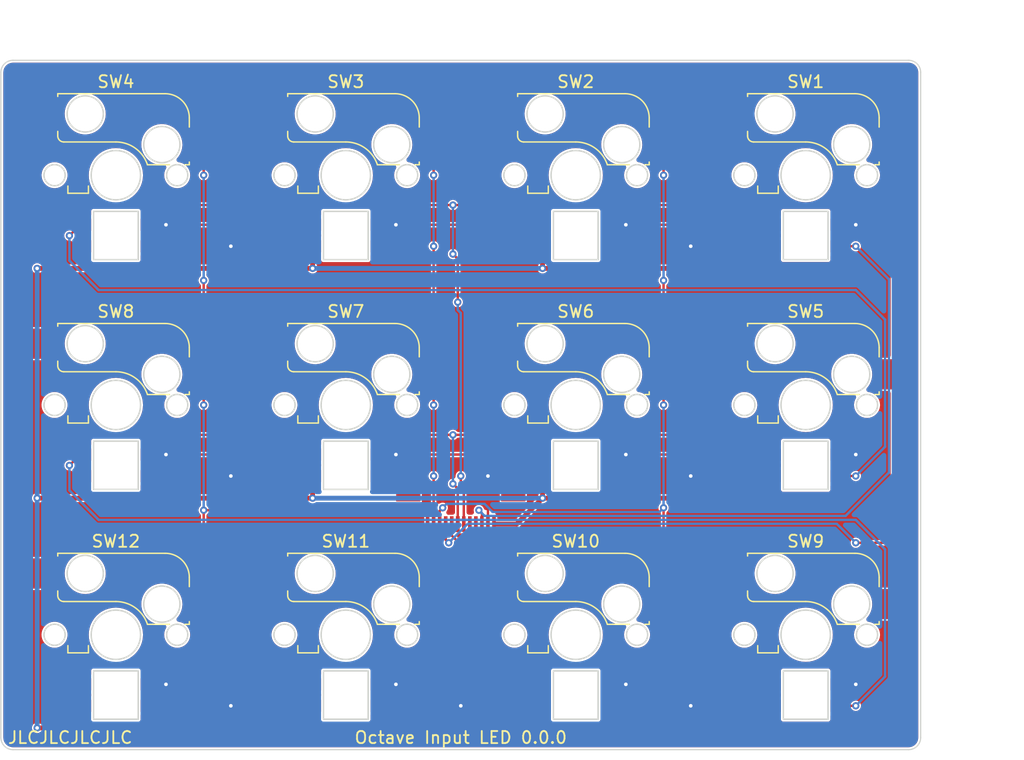
<source format=kicad_pcb>
(kicad_pcb (version 20211014) (generator pcbnew)
  (title_block (title "Octave - Input LED PCB") (date "2023-03-16") (rev "0.0.0") (comment 4 "https://github.com/takayoshiotake/octave-12-key-macropad"))
  (layers (0 "F.Cu" signal) (31 "B.Cu" signal) (34 "B.Paste" user) (35 "F.Paste" user) (36 "B.SilkS" user "B.Silkscreen") (37 "F.SilkS" user "F.Silkscreen") (38 "B.Mask" user) (39 "F.Mask" user) (44 "Edge.Cuts" user))
  (net 0 "")
  (net 1 "ROW0_UI")
  (net 2 "ROW1_UI")
  (net 3 "ROW2_UI")
  (net 4 "Net-(D1-Pad2)")
  (net 5 "Net-(D2-Pad2)")
  (net 6 "Net-(D3-Pad2)")
  (net 7 "Net-(D4-Pad2)")
  (net 8 "Net-(D5-Pad2)")
  (net 9 "Net-(D6-Pad2)")
  (net 10 "Net-(D7-Pad2)")
  (net 11 "Net-(D8-Pad2)")
  (net 12 "Net-(D9-Pad2)")
  (net 13 "Net-(D10-Pad2)")
  (net 14 "Net-(D11-Pad2)")
  (net 15 "Net-(D12-Pad2)")
  (net 16 "+3V3")
  (net 17 "GND")
  (net 18 "IO0_MPU")
  (net 21 "COL0_UI")
  (net 22 "COL1_UI")
  (net 23 "COL2_UI")
  (net 24 "COL3_UI")
  (net 25 "Net-(LED201-Pad2)")
  (net 26 "Net-(LED202-Pad2)")
  (net 27 "Net-(LED203-Pad2)")
  (net 28 "Net-(LED204-Pad2)")
  (net 29 "Net-(LED205-Pad2)")
  (net 30 "Net-(LED206-Pad2)")
  (net 31 "Net-(LED207-Pad2)")
  (net 32 "Net-(LED208-Pad2)")
  (net 33 "Net-(LED209-Pad2)")
  (net 34 "Net-(LED210-Pad2)")
  (net 35 "Net-(LED211-Pad2)")
  (footprint "Octave_Library:WS2812B-Mini_Inverted" (layer "F.Cu") (at 114.625 45.525 180)
    (fp_text reference "LED202" hide)
    (fp_text value "WS2812B-Mini V3" hide)
    (fp_rect (start -1.85 -2) (end 1.85 2) (layer "Edge.Cuts") (width 0.12) (fill none))
    (pad "1" smd rect (at 2.75 -0.89 180) (size 1.4 1) (layers "F.Cu" "F.Paste" "F.Mask") (net 16 "+3V3"))
    (pad "2" smd rect (at 2.75 0.89 180) (size 1.4 1) (layers "F.Cu" "F.Paste" "F.Mask") (net 26 "Net-(LED202-Pad2)"))
    (pad "3" smd rect (at -2.75 0.89 180) (size 1.4 1) (layers "F.Cu" "F.Paste" "F.Mask") (net 17 "GND"))
    (pad "4" smd rect (at -2.75 -0.89 180) (size 1.4 1) (layers "F.Cu" "F.Paste" "F.Mask") (net 25 "Net-(LED201-Pad2)"))
  )
  (footprint "Octave_Library:WS2812B-Mini_Inverted" (layer "F.Cu") (at 76.525 83.625 180)
    (fp_text reference "LED212" hide)
    (fp_text value "WS2812B-Mini V3" hide)
    (fp_rect (start -1.85 -2) (end 1.85 2) (layer "Edge.Cuts") (width 0.12) (fill none))
    (pad "1" smd rect (at 2.75 -0.89 180) (size 1.4 1) (layers "F.Cu" "F.Paste" "F.Mask") (net 16 "+3V3"))
    (pad "2" smd rect (at 2.75 0.89 180) (size 1.4 1) (layers "F.Cu" "F.Paste" "F.Mask"))
    (pad "3" smd rect (at -2.75 0.89 180) (size 1.4 1) (layers "F.Cu" "F.Paste" "F.Mask") (net 17 "GND"))
    (pad "4" smd rect (at -2.75 -0.89 180) (size 1.4 1) (layers "F.Cu" "F.Paste" "F.Mask") (net 35 "Net-(LED211-Pad2)"))
  )
  (footprint "Octave_Library:WS2812B-Mini_Inverted" (layer "F.Cu") (at 114.625 83.625 180)
    (fp_text reference "LED210" hide)
    (fp_text value "WS2812B-Mini V3" hide)
    (fp_rect (start -1.85 -2) (end 1.85 2) (layer "Edge.Cuts") (width 0.12) (fill none))
    (pad "1" smd rect (at 2.75 -0.89 180) (size 1.4 1) (layers "F.Cu" "F.Paste" "F.Mask") (net 16 "+3V3"))
    (pad "2" smd rect (at 2.75 0.89 180) (size 1.4 1) (layers "F.Cu" "F.Paste" "F.Mask") (net 34 "Net-(LED210-Pad2)"))
    (pad "3" smd rect (at -2.75 0.89 180) (size 1.4 1) (layers "F.Cu" "F.Paste" "F.Mask") (net 17 "GND"))
    (pad "4" smd rect (at -2.75 -0.89 180) (size 1.4 1) (layers "F.Cu" "F.Paste" "F.Mask") (net 33 "Net-(LED209-Pad2)"))
  )
  (footprint "Octave_Library:Hot_Swap_Socket_CPG151101S11" (layer "F.Cu") (at 114.625 40.525)
    (fp_text reference "SW2" (at 0 -7.747 unlocked) (layer "F.SilkS"))
    (fp_text value "SW_Hot_Swap_Socket" hide)
    (fp_circle (center 5.08 0) (end 5.9563 0) (layer "Edge.Cuts") (width 0.12) (fill none))
    (fp_circle (center 3.81 -2.54) (end 5.31 -2.54) (layer "Edge.Cuts") (width 0.12) (fill none))
    (fp_circle (center -2.54 -5.08) (end -1.04 -5.08) (layer "Edge.Cuts") (width 0.12) (fill none))
    (fp_circle (center -5.08 0) (end -4.2037 0) (layer "Edge.Cuts") (width 0.12) (fill none))
    (fp_circle (center 0 0) (end 2.0447 0) (layer "Edge.Cuts") (width 0.12) (fill none))
    (pad "1" smd rect (at -6.09 -5.08) (size 2.55 2.5) (layers "F.Cu" "F.Paste" "F.Mask") (net 5 "Net-(D2-Pad2)"))
    (pad "2" smd rect (at 7.36 -2.54) (size 2.55 2.5) (layers "F.Cu" "F.Paste" "F.Mask") (net 22 "COL1_UI"))
  )
  (footprint "Octave_Library:D_SOD-323F" (layer "F.Cu") (at 92.4508 40.525 90)
    (fp_text reference "D3" hide)
    (fp_text value "1N4148WS" hide)
    (pad "1" smd rect locked (at -1.1 0 90) (size 0.5 0.5) (layers "F.Cu" "F.Paste" "F.Mask") (net 1 "ROW0_UI"))
    (pad "2" smd rect locked (at 1.1 0 90) (size 0.5 0.5) (layers "F.Cu" "F.Paste" "F.Mask") (net 6 "Net-(D3-Pad2)"))
  )
  (footprint "Octave_Library:WS2812B-Mini_Inverted" (layer "F.Cu") (at 76.525 45.525 180)
    (fp_text reference "LED204" hide)
    (fp_text value "WS2812B-Mini V3" hide)
    (fp_rect (start -1.85 -2) (end 1.85 2) (layer "Edge.Cuts") (width 0.12) (fill none))
    (pad "1" smd rect (at 2.75 -0.89 180) (size 1.4 1) (layers "F.Cu" "F.Paste" "F.Mask") (net 16 "+3V3"))
    (pad "2" smd rect (at 2.75 0.89 180) (size 1.4 1) (layers "F.Cu" "F.Paste" "F.Mask") (net 28 "Net-(LED204-Pad2)"))
    (pad "3" smd rect (at -2.75 0.89 180) (size 1.4 1) (layers "F.Cu" "F.Paste" "F.Mask") (net 17 "GND"))
    (pad "4" smd rect (at -2.75 -0.89 180) (size 1.4 1) (layers "F.Cu" "F.Paste" "F.Mask") (net 27 "Net-(LED203-Pad2)"))
  )
  (footprint "Octave_Library:WS2812B-Mini_Inverted" (layer "F.Cu") (at 133.675 45.525 180)
    (fp_text reference "LED201" hide)
    (fp_text value "WS2812B-Mini V3" hide)
    (fp_rect (start -1.85 -2) (end 1.85 2) (layer "Edge.Cuts") (width 0.12) (fill none))
    (pad "1" smd rect (at 2.75 -0.89 180) (size 1.4 1) (layers "F.Cu" "F.Paste" "F.Mask") (net 16 "+3V3"))
    (pad "2" smd rect (at 2.75 0.89 180) (size 1.4 1) (layers "F.Cu" "F.Paste" "F.Mask") (net 25 "Net-(LED201-Pad2)"))
    (pad "3" smd rect (at -2.75 0.89 180) (size 1.4 1) (layers "F.Cu" "F.Paste" "F.Mask") (net 17 "GND"))
    (pad "4" smd rect (at -2.75 -0.89 180) (size 1.4 1) (layers "F.Cu" "F.Paste" "F.Mask") (net 18 "IO0_MPU"))
  )
  (footprint "Octave_Library:WS2812B-Mini_Inverted" (layer "F.Cu") (at 133.675 83.625 180)
    (fp_text reference "LED209" hide)
    (fp_text value "WS2812B-Mini V3" hide)
    (fp_rect (start -1.85 -2) (end 1.85 2) (layer "Edge.Cuts") (width 0.12) (fill none))
    (pad "1" smd rect (at 2.75 -0.89 180) (size 1.4 1) (layers "F.Cu" "F.Paste" "F.Mask") (net 16 "+3V3"))
    (pad "2" smd rect (at 2.75 0.89 180) (size 1.4 1) (layers "F.Cu" "F.Paste" "F.Mask") (net 33 "Net-(LED209-Pad2)"))
    (pad "3" smd rect (at -2.75 0.89 180) (size 1.4 1) (layers "F.Cu" "F.Paste" "F.Mask") (net 17 "GND"))
    (pad "4" smd rect (at -2.75 -0.89 180) (size 1.4 1) (layers "F.Cu" "F.Paste" "F.Mask") (net 32 "Net-(LED208-Pad2)"))
  )
  (footprint "Octave_Library:Hot_Swap_Socket_CPG151101S11" (layer "F.Cu") (at 114.625 78.625)
    (fp_text reference "SW10" (at 0 -7.747 unlocked) (layer "F.SilkS"))
    (fp_text value "SW_Hot_Swap_Socket" hide)
    (fp_circle (center 0 0) (end 2.0447 0) (layer "Edge.Cuts") (width 0.12) (fill none))
    (fp_circle (center -5.08 0) (end -4.2037 0) (layer "Edge.Cuts") (width 0.12) (fill none))
    (fp_circle (center 3.81 -2.54) (end 5.31 -2.54) (layer "Edge.Cuts") (width 0.12) (fill none))
    (fp_circle (center -2.54 -5.08) (end -1.04 -5.08) (layer "Edge.Cuts") (width 0.12) (fill none))
    (fp_circle (center 5.08 0) (end 5.9563 0) (layer "Edge.Cuts") (width 0.12) (fill none))
    (pad "1" smd rect (at -6.09 -5.08) (size 2.55 2.5) (layers "F.Cu" "F.Paste" "F.Mask") (net 13 "Net-(D10-Pad2)"))
    (pad "2" smd rect (at 7.36 -2.54) (size 2.55 2.5) (layers "F.Cu" "F.Paste" "F.Mask") (net 22 "COL1_UI"))
  )
  (footprint "Octave_Library:Hot_Swap_Socket_CPG151101S11" (layer "F.Cu") (at 76.525 59.575)
    (fp_text reference "SW8" (at 0 -7.747 unlocked) (layer "F.SilkS"))
    (fp_text value "SW_Hot_Swap_Socket" hide)
    (fp_circle (center 0 0) (end 2.0447 0) (layer "Edge.Cuts") (width 0.12) (fill none))
    (fp_circle (center -2.54 -5.08) (end -1.04 -5.08) (layer "Edge.Cuts") (width 0.12) (fill none))
    (fp_circle (center 5.08 0) (end 5.9563 0) (layer "Edge.Cuts") (width 0.12) (fill none))
    (fp_circle (center 3.81 -2.54) (end 5.31 -2.54) (layer "Edge.Cuts") (width 0.12) (fill none))
    (fp_circle (center -5.08 0) (end -4.2037 0) (layer "Edge.Cuts") (width 0.12) (fill none))
    (pad "1" smd rect locked (at -6.09 -5.08) (size 2.55 2.5) (layers "F.Cu" "F.Paste" "F.Mask") (net 11 "Net-(D8-Pad2)"))
    (pad "2" smd rect locked (at 7.36 -2.54) (size 2.55 2.5) (layers "F.Cu" "F.Paste" "F.Mask") (net 24 "COL3_UI"))
  )
  (footprint "Octave_Library:D_SOD-323F" (layer "F.Cu") (at 73.4008 40.525 90)
    (fp_text reference "D4" hide)
    (fp_text value "1N4148WS" hide)
    (pad "1" smd rect (at -1.1 0 90) (size 0.5 0.5) (layers "F.Cu" "F.Paste" "F.Mask") (net 1 "ROW0_UI"))
    (pad "2" smd rect (at 1.1 0 90) (size 0.5 0.5) (layers "F.Cu" "F.Paste" "F.Mask") (net 7 "Net-(D4-Pad2)"))
  )
  (footprint "Octave_Library:Hot_Swap_Socket_CPG151101S11" (layer "F.Cu") (at 76.525 40.525)
    (fp_text reference "SW4" (at 0 -7.747 unlocked) (layer "F.SilkS"))
    (fp_text value "SW_Hot_Swap_Socket" hide)
    (fp_circle (center -2.54 -5.08) (end -1.04 -5.08) (layer "Edge.Cuts") (width 0.12) (fill none))
    (fp_circle (center 0 0) (end 2.0447 0) (layer "Edge.Cuts") (width 0.12) (fill none))
    (fp_circle (center 3.81 -2.54) (end 5.31 -2.54) (layer "Edge.Cuts") (width 0.12) (fill none))
    (fp_circle (center 5.08 0) (end 5.9563 0) (layer "Edge.Cuts") (width 0.12) (fill none))
    (fp_circle (center -5.08 0) (end -4.2037 0) (layer "Edge.Cuts") (width 0.12) (fill none))
    (pad "1" smd rect (at -6.09 -5.08) (size 2.55 2.5) (layers "F.Cu" "F.Paste" "F.Mask") (net 7 "Net-(D4-Pad2)"))
    (pad "2" smd rect (at 7.36 -2.54) (size 2.55 2.5) (layers "F.Cu" "F.Paste" "F.Mask") (net 24 "COL3_UI"))
  )
  (footprint "Octave_Library:WS2812B-Mini_Inverted" (layer "F.Cu") (at 133.675 64.575 180)
    (fp_text reference "LED205" hide)
    (fp_text value "WS2812B-Mini V3" hide)
    (fp_rect (start -1.85 -2) (end 1.85 2) (layer "Edge.Cuts") (width 0.12) (fill none))
    (pad "1" smd rect (at 2.75 -0.89 180) (size 1.4 1) (layers "F.Cu" "F.Paste" "F.Mask") (net 16 "+3V3"))
    (pad "2" smd rect (at 2.75 0.89 180) (size 1.4 1) (layers "F.Cu" "F.Paste" "F.Mask") (net 29 "Net-(LED205-Pad2)"))
    (pad "3" smd rect (at -2.75 0.89 180) (size 1.4 1) (layers "F.Cu" "F.Paste" "F.Mask") (net 17 "GND"))
    (pad "4" smd rect (at -2.75 -0.89 180) (size 1.4 1) (layers "F.Cu" "F.Paste" "F.Mask") (net 28 "Net-(LED204-Pad2)"))
  )
  (footprint "Octave_Library:WS2812B-Mini_Inverted" (layer "F.Cu") (at 95.575 64.575 180)
    (fp_text reference "LED207" hide)
    (fp_text value "WS2812B-Mini V3" hide)
    (fp_rect (start -1.85 -2) (end 1.85 2) (layer "Edge.Cuts") (width 0.12) (fill none))
    (pad "1" smd rect (at 2.75 -0.89 180) (size 1.4 1) (layers "F.Cu" "F.Paste" "F.Mask") (net 16 "+3V3"))
    (pad "2" smd rect (at 2.75 0.89 180) (size 1.4 1) (layers "F.Cu" "F.Paste" "F.Mask") (net 31 "Net-(LED207-Pad2)"))
    (pad "3" smd rect (at -2.75 0.89 180) (size 1.4 1) (layers "F.Cu" "F.Paste" "F.Mask") (net 17 "GND"))
    (pad "4" smd rect (at -2.75 -0.89 180) (size 1.4 1) (layers "F.Cu" "F.Paste" "F.Mask") (net 30 "Net-(LED206-Pad2)"))
  )
  (footprint "Octave_Library:WS2812B-Mini_Inverted" (layer "F.Cu") (at 76.525 64.575 180)
    (fp_text reference "LED208" hide)
    (fp_text value "WS2812B-Mini V3" hide)
    (fp_rect (start -1.85 -2) (end 1.85 2) (layer "Edge.Cuts") (width 0.12) (fill none))
    (pad "1" smd rect (at 2.75 -0.89 180) (size 1.4 1) (layers "F.Cu" "F.Paste" "F.Mask") (net 16 "+3V3"))
    (pad "2" smd rect (at 2.75 0.89 180) (size 1.4 1) (layers "F.Cu" "F.Paste" "F.Mask") (net 32 "Net-(LED208-Pad2)"))
    (pad "3" smd rect (at -2.75 0.89 180) (size 1.4 1) (layers "F.Cu" "F.Paste" "F.Mask") (net 17 "GND"))
    (pad "4" smd rect (at -2.75 -0.89 180) (size 1.4 1) (layers "F.Cu" "F.Paste" "F.Mask") (net 31 "Net-(LED207-Pad2)"))
  )
  (footprint "Octave_Library:Hot_Swap_Socket_CPG151101S11" (layer "F.Cu") (at 95.575 78.625)
    (fp_text reference "SW11" (at 0 -7.747 unlocked) (layer "F.SilkS"))
    (fp_text value "SW_Hot_Swap_Socket" hide)
    (fp_circle (center 3.81 -2.54) (end 5.31 -2.54) (layer "Edge.Cuts") (width 0.12) (fill none))
    (fp_circle (center 0 0) (end 2.0447 0) (layer "Edge.Cuts") (width 0.12) (fill none))
    (fp_circle (center 5.08 0) (end 5.9563 0) (layer "Edge.Cuts") (width 0.12) (fill none))
    (fp_circle (center -5.08 0) (end -4.2037 0) (layer "Edge.Cuts") (width 0.12) (fill none))
    (fp_circle (center -2.54 -5.08) (end -1.04 -5.08) (layer "Edge.Cuts") (width 0.12) (fill none))
    (pad "1" smd rect (at -6.09 -5.08) (size 2.55 2.5) (layers "F.Cu" "F.Paste" "F.Mask") (net 14 "Net-(D11-Pad2)"))
    (pad "2" smd rect (at 7.36 -2.54) (size 2.55 2.5) (layers "F.Cu" "F.Paste" "F.Mask") (net 23 "COL2_UI"))
  )
  (footprint "Octave_Library:D_SOD-323F" (layer "F.Cu") (at 130.5508 40.525 90)
    (fp_text reference "D1" hide)
    (fp_text value "1N4148WS" hide)
    (pad "1" smd rect (at -1.1 0 90) (size 0.5 0.5) (layers "F.Cu" "F.Paste" "F.Mask") (net 1 "ROW0_UI"))
    (pad "2" smd rect (at 1.1 0 90) (size 0.5 0.5) (layers "F.Cu" "F.Paste" "F.Mask") (net 4 "Net-(D1-Pad2)"))
  )
  (footprint "Octave_Library:D_SOD-323F" (layer "F.Cu") (at 92.4508 59.575 90)
    (fp_text reference "D7" hide)
    (fp_text value "1N4148WS" hide)
    (pad "1" smd rect (at -1.1 0 90) (size 0.5 0.5) (layers "F.Cu" "F.Paste" "F.Mask") (net 2 "ROW1_UI"))
    (pad "2" smd rect (at 1.1 0 90) (size 0.5 0.5) (layers "F.Cu" "F.Paste" "F.Mask") (net 10 "Net-(D7-Pad2)"))
  )
  (footprint "Octave_Library:Hot_Swap_Socket_CPG151101S11" (layer "F.Cu") (at 133.675 40.525)
    (fp_text reference "SW1" (at 0 -7.747 unlocked) (layer "F.SilkS"))
    (fp_text value "SW_Hot_Swap_Socket" hide)
    (fp_circle (center -5.08 0) (end -4.2037 0) (layer "Edge.Cuts") (width 0.12) (fill none))
    (fp_circle (center -2.54 -5.08) (end -1.04 -5.08) (layer "Edge.Cuts") (width 0.12) (fill none))
    (fp_circle (center 0 0) (end 2.0447 0) (layer "Edge.Cuts") (width 0.12) (fill none))
    (fp_circle (center 5.08 0) (end 5.9563 0) (layer "Edge.Cuts") (width 0.12) (fill none))
    (fp_circle (center 3.81 -2.54) (end 5.31 -2.54) (layer "Edge.Cuts") (width 0.12) (fill none))
    (pad "1" smd rect locked (at -6.09 -5.08) (size 2.55 2.5) (layers "F.Cu" "F.Paste" "F.Mask") (net 4 "Net-(D1-Pad2)"))
    (pad "2" smd rect locked (at 7.36 -2.54) (size 2.55 2.5) (layers "F.Cu" "F.Paste" "F.Mask") (net 21 "COL0_UI"))
  )
  (footprint "Octave_Library:Hot_Swap_Socket_CPG151101S11" (layer "F.Cu") (at 95.575 40.525)
    (fp_text reference "SW3" (at 0 -7.747 unlocked) (layer "F.SilkS"))
    (fp_text value "SW_Hot_Swap_Socket" hide)
    (fp_circle (center 3.81 -2.54) (end 5.31 -2.54) (layer "Edge.Cuts") (width 0.12) (fill none))
    (fp_circle (center -2.54 -5.08) (end -1.04 -5.08) (layer "Edge.Cuts") (width 0.12) (fill none))
    (fp_circle (center 5.08 0) (end 5.9563 0) (layer "Edge.Cuts") (width 0.12) (fill none))
    (fp_circle (center 0 0) (end 2.0447 0) (layer "Edge.Cuts") (width 0.12) (fill none))
    (fp_circle (center -5.08 0) (end -4.2037 0) (layer "Edge.Cuts") (width 0.12) (fill none))
    (pad "1" smd rect (at -6.09 -5.08) (size 2.55 2.5) (layers "F.Cu" "F.Paste" "F.Mask") (net 6 "Net-(D3-Pad2)"))
    (pad "2" smd rect (at 7.36 -2.54) (size 2.55 2.5) (layers "F.Cu" "F.Paste" "F.Mask") (net 23 "COL2_UI"))
  )
  (footprint "Octave_Library:Hot_Swap_Socket_CPG151101S11" (layer "F.Cu") (at 133.675 59.575)
    (fp_text reference "SW5" (at 0 -7.747 unlocked) (layer "F.SilkS"))
    (fp_text value "SW_Hot_Swap_Socket" hide)
    (fp_circle (center -2.54 -5.08) (end -1.04 -5.08) (layer "Edge.Cuts") (width 0.12) (fill none))
    (fp_circle (center -5.08 0) (end -4.2037 0) (layer "Edge.Cuts") (width 0.12) (fill none))
    (fp_circle (center 5.08 0) (end 5.9563 0) (layer "Edge.Cuts") (width 0.12) (fill none))
    (fp_circle (center 3.81 -2.54) (end 5.31 -2.54) (layer "Edge.Cuts") (width 0.12) (fill none))
    (fp_circle (center 0 0) (end 2.0447 0) (layer "Edge.Cuts") (width 0.12) (fill none))
    (pad "1" smd rect (at -6.09 -5.08) (size 2.55 2.5) (layers "F.Cu" "F.Paste" "F.Mask") (net 8 "Net-(D5-Pad2)"))
    (pad "2" smd rect (at 7.36 -2.54) (size 2.55 2.5) (layers "F.Cu" "F.Paste" "F.Mask") (net 21 "COL0_UI"))
  )
  (footprint "Octave_Library:Hot_Swap_Socket_CPG151101S11" (layer "F.Cu") (at 114.625 59.575)
    (fp_text reference "SW6" (at 0 -7.747 unlocked) (layer "F.SilkS"))
    (fp_text value "SW_Hot_Swap_Socket" hide)
    (fp_circle (center 5.08 0) (end 5.9563 0) (layer "Edge.Cuts") (width 0.12) (fill none))
    (fp_circle (center 0 0) (end 2.0447 0) (layer "Edge.Cuts") (width 0.12) (fill none))
    (fp_circle (center -5.08 0) (end -4.2037 0) (layer "Edge.Cuts") (width 0.12) (fill none))
    (fp_circle (center -2.54 -5.08) (end -1.04 -5.08) (layer "Edge.Cuts") (width 0.12) (fill none))
    (fp_circle (center 3.81 -2.54) (end 5.31 -2.54) (layer "Edge.Cuts") (width 0.12) (fill none))
    (pad "1" smd rect (at -6.09 -5.08) (size 2.55 2.5) (layers "F.Cu" "F.Paste" "F.Mask") (net 9 "Net-(D6-Pad2)"))
    (pad "2" smd rect (at 7.36 -2.54) (size 2.55 2.5) (layers "F.Cu" "F.Paste" "F.Mask") (net 22 "COL1_UI"))
  )
  (footprint "Octave_Library:D_SOD-323F" (layer "F.Cu") (at 130.5508 59.575 90)
    (fp_text reference "D5" hide)
    (fp_text value "1N4148WS" hide)
    (pad "1" smd rect (at -1.1 0 90) (size 0.5 0.5) (layers "F.Cu" "F.Paste" "F.Mask") (net 2 "ROW1_UI"))
    (pad "2" smd rect (at 1.1 0 90) (size 0.5 0.5) (layers "F.Cu" "F.Paste" "F.Mask") (net 8 "Net-(D5-Pad2)"))
  )
  (footprint "Octave_Library:WS2812B-Mini_Inverted" (layer "F.Cu") (at 114.625 64.575 180)
    (fp_text reference "LED206" hide)
    (fp_text value "WS2812B-Mini V3" hide)
    (fp_rect (start -1.85 -2) (end 1.85 2) (layer "Edge.Cuts") (width 0.12) (fill none))
    (pad "1" smd rect (at 2.75 -0.89 180) (size 1.4 1) (layers "F.Cu" "F.Paste" "F.Mask") (net 16 "+3V3"))
    (pad "2" smd rect (at 2.75 0.89 180) (size 1.4 1) (layers "F.Cu" "F.Paste" "F.Mask") (net 30 "Net-(LED206-Pad2)"))
    (pad "3" smd rect (at -2.75 0.89 180) (size 1.4 1) (layers "F.Cu" "F.Paste" "F.Mask") (net 17 "GND"))
    (pad "4" smd rect (at -2.75 -0.89 180) (size 1.4 1) (layers "F.Cu" "F.Paste" "F.Mask") (net 29 "Net-(LED205-Pad2)"))
  )
  (footprint "Octave_Library:D_SOD-323F" (layer "F.Cu") (at 73.4008 59.575 90)
    (fp_text reference "D8" hide)
    (fp_text value "1N4148WS" hide)
    (pad "1" smd rect (at -1.1 0 90) (size 0.5 0.5) (layers "F.Cu" "F.Paste" "F.Mask") (net 2 "ROW1_UI"))
    (pad "2" smd rect (at 1.1 0 90) (size 0.5 0.5) (layers "F.Cu" "F.Paste" "F.Mask") (net 11 "Net-(D8-Pad2)"))
  )
  (footprint "Octave_Library:D_SOD-323F" (layer "F.Cu") (at 111.5008 59.575 90)
    (fp_text reference "D6" hide)
    (fp_text value "1N4148WS" hide)
    (pad "1" smd rect (at -1.1 0 90) (size 0.5 0.5) (layers "F.Cu" "F.Paste" "F.Mask") (net 2 "ROW1_UI"))
    (pad "2" smd rect (at 1.1 0 90) (size 0.5 0.5) (layers "F.Cu" "F.Paste" "F.Mask") (net 9 "Net-(D6-Pad2)"))
  )
  (footprint "Octave_Library:D_SOD-323F" (layer "F.Cu") (at 92.4508 78.625 90)
    (fp_text reference "D11" hide)
    (fp_text value "1N4148WS" hide)
    (pad "1" smd rect (at -1.1 0 90) (size 0.5 0.5) (layers "F.Cu" "F.Paste" "F.Mask") (net 3 "ROW2_UI"))
    (pad "2" smd rect (at 1.1 0 90) (size 0.5 0.5) (layers "F.Cu" "F.Paste" "F.Mask") (net 14 "Net-(D11-Pad2)"))
  )
  (footprint "Octave_Library:JUSHUO_AFC01-S12FCC-00" (layer "F.Cu") (at 105.1 68.185 180)
    (fp_text reference "J3" hide)
    (fp_text value "Conn_01x12" hide)
    (pad "1" smd rect (at -2.75 -1.265 180) (size 0.3 1.3) (layers "F.Cu" "F.Paste" "F.Mask") (net 16 "+3V3"))
    (pad "2" smd rect (at -2.25 -1.265 180) (size 0.3 1.3) (layers "F.Cu" "F.Paste" "F.Mask") (net 17 "GND"))
    (pad "3" smd rect (at -1.75 -1.265 180) (size 0.3 1.3) (layers "F.Cu" "F.Paste" "F.Mask") (net 18 "IO0_MPU"))
    (pad "4" smd rect (at -1.25 -1.265 180) (size 0.3 1.3) (layers "F.Cu" "F.Paste" "F.Mask"))
    (pad "5" smd rect (at -0.75 -1.265 180) (size 0.3 1.3) (layers "F.Cu" "F.Paste" "F.Mask"))
    (pad "6" smd rect (at -0.25 -1.265 180) (size 0.3 1.3) (layers "F.Cu" "F.Paste" "F.Mask") (net 1 "ROW0_UI"))
    (pad "7" smd rect (at 0.25 -1.265 180) (size 0.3 1.3) (layers "F.Cu" "F.Paste" "F.Mask") (net 2 "ROW1_UI"))
    (pad "7" smd rect (at 0.25 -1.265 180) (size 0.3 1.3) (layers "F.Cu" "F.Paste" "F.Mask") (net 2 "ROW1_UI"))
    (pad "7" smd rect (at 0.25 -1.265 180) (size 0.3 1.3) (layers "F.Cu" "F.Paste" "F.Mask") (net 2 "ROW1_UI"))
    (pad "8" smd rect (at 0.75 -1.265 180) (size 0.3 1.3) (layers "F.Cu" "F.Paste" "F.Mask") (net 3 "ROW2_UI"))
    (pad "9" smd rect (at 1.25 -1.265 180) (size 0.3 1.3) (layers "F.Cu" "F.Paste" "F.Mask") (net 21 "COL0_UI"))
    (pad "10" smd rect (at 1.75 -1.265 180) (size 0.3 1.3) (layers "F.Cu" "F.Paste" "F.Mask") (net 22 "COL1_UI"))
    (pad "11" smd rect (at 2.25 -1.265 180) (size 0.3 1.3) (layers "F.Cu" "F.Paste" "F.Mask") (net 23 "COL2_UI"))
    (pad "12" smd rect (at 2.75 -1.265 180) (size 0.3 1.3) (layers "F.Cu" "F.Paste" "F.Mask") (net 24 "COL3_UI"))
    (pad "MP" smd rect (at 4.35 1.415 180) (size 2 1.6) (layers "F.Cu" "F.Paste" "F.Mask"))
    (pad "MP" smd rect (at -4.35 1.415 180) (size 2 1.6) (layers "F.Cu" "F.Paste" "F.Mask"))
  )
  (footprint "Octave_Library:D_SOD-323F" (layer "F.Cu") (at 73.4008 78.625 90)
    (fp_text reference "D12" hide)
    (fp_text value "1N4148WS" hide)
    (pad "1" smd rect locked (at -1.1 0 90) (size 0.5 0.5) (layers "F.Cu" "F.Paste" "F.Mask") (net 3 "ROW2_UI"))
    (pad "2" smd rect locked (at 1.1 0 90) (size 0.5 0.5) (layers "F.Cu" "F.Paste" "F.Mask") (net 15 "Net-(D12-Pad2)"))
  )
  (footprint "Octave_Library:WS2812B-Mini_Inverted" (layer "F.Cu") (at 95.575 83.625 180)
    (fp_text reference "LED211" hide)
    (fp_text value "WS2812B-Mini V3" hide)
    (fp_rect (start -1.85 -2) (end 1.85 2) (layer "Edge.Cuts") (width 0.12) (fill none))
    (pad "1" smd rect (at 2.75 -0.89 180) (size 1.4 1) (layers "F.Cu" "F.Paste" "F.Mask") (net 16 "+3V3"))
    (pad "2" smd rect (at 2.75 0.89 180) (size 1.4 1) (layers "F.Cu" "F.Paste" "F.Mask") (net 35 "Net-(LED211-Pad2)"))
    (pad "3" smd rect (at -2.75 0.89 180) (size 1.4 1) (layers "F.Cu" "F.Paste" "F.Mask") (net 17 "GND"))
    (pad "4" smd rect (at -2.75 -0.89 180) (size 1.4 1) (layers "F.Cu" "F.Paste" "F.Mask") (net 34 "Net-(LED210-Pad2)"))
  )
  (footprint "Octave_Library:WS2812B-Mini_Inverted" (layer "F.Cu") (at 95.575 45.525 180)
    (fp_text reference "LED203" hide)
    (fp_text value "WS2812B-Mini V3" hide)
    (fp_rect (start -1.85 -2) (end 1.85 2) (layer "Edge.Cuts") (width 0.12) (fill none))
    (pad "1" smd rect (at 2.75 -0.89 180) (size 1.4 1) (layers "F.Cu" "F.Paste" "F.Mask") (net 16 "+3V3"))
    (pad "2" smd rect (at 2.75 0.89 180) (size 1.4 1) (layers "F.Cu" "F.Paste" "F.Mask") (net 27 "Net-(LED203-Pad2)"))
    (pad "3" smd rect (at -2.75 0.89 180) (size 1.4 1) (layers "F.Cu" "F.Paste" "F.Mask") (net 17 "GND"))
    (pad "4" smd rect (at -2.75 -0.89 180) (size 1.4 1) (layers "F.Cu" "F.Paste" "F.Mask") (net 26 "Net-(LED202-Pad2)"))
  )
  (footprint "Octave_Library:Hot_Swap_Socket_CPG151101S11" (layer "F.Cu") (at 95.575 59.575)
    (fp_text reference "SW7" (at 0 -7.747 unlocked) (layer "F.SilkS"))
    (fp_text value "SW_Hot_Swap_Socket" hide)
    (fp_circle (center 0 0) (end 2.0447 0) (layer "Edge.Cuts") (width 0.12) (fill none))
    (fp_circle (center -2.54 -5.08) (end -1.04 -5.08) (layer "Edge.Cuts") (width 0.12) (fill none))
    (fp_circle (center 5.08 0) (end 5.9563 0) (layer "Edge.Cuts") (width 0.12) (fill none))
    (fp_circle (center 3.81 -2.54) (end 5.31 -2.54) (layer "Edge.Cuts") (width 0.12) (fill none))
    (fp_circle (center -5.08 0) (end -4.2037 0) (layer "Edge.Cuts") (width 0.12) (fill none))
    (pad "1" smd rect (at -6.09 -5.08) (size 2.55 2.5) (layers "F.Cu" "F.Paste" "F.Mask") (net 10 "Net-(D7-Pad2)"))
    (pad "2" smd rect (at 7.36 -2.54) (size 2.55 2.5) (layers "F.Cu" "F.Paste" "F.Mask") (net 23 "COL2_UI"))
  )
  (footprint "Octave_Library:Hot_Swap_Socket_CPG151101S11" (layer "F.Cu") (at 133.675 78.625)
    (fp_text reference "SW9" (at 0 -7.747 unlocked) (layer "F.SilkS"))
    (fp_text value "SW_Hot_Swap_Socket" hide)
    (fp_circle (center 5.08 0) (end 5.9563 0) (layer "Edge.Cuts") (width 0.12) (fill none))
    (fp_circle (center -5.08 0) (end -4.2037 0) (layer "Edge.Cuts") (width 0.12) (fill none))
    (fp_circle (center 0 0) (end 2.0447 0) (layer "Edge.Cuts") (width 0.12) (fill none))
    (fp_circle (center -2.54 -5.08) (end -1.04 -5.08) (layer "Edge.Cuts") (width 0.12) (fill none))
    (fp_circle (center 3.81 -2.54) (end 5.31 -2.54) (layer "Edge.Cuts") (width 0.12) (fill none))
    (pad "1" smd rect (at -6.09 -5.08) (size 2.55 2.5) (layers "F.Cu" "F.Paste" "F.Mask") (net 12 "Net-(D9-Pad2)"))
    (pad "2" smd rect (at 7.36 -2.54) (size 2.55 2.5) (layers "F.Cu" "F.Paste" "F.Mask") (net 21 "COL0_UI"))
  )
  (footprint "Octave_Library:Hot_Swap_Socket_CPG151101S11" (layer "F.Cu") (at 76.525 78.625)
    (fp_text reference "SW12" (at 0 -7.747 unlocked) (layer "F.SilkS"))
    (fp_text value "SW_Hot_Swap_Socket" hide)
    (fp_circle (center -5.08 0) (end -4.2037 0) (layer "Edge.Cuts") (width 0.12) (fill none))
    (fp_circle (center 0 0) (end 2.0447 0) (layer "Edge.Cuts") (width 0.12) (fill none))
    (fp_circle (center 5.08 0) (end 5.9563 0) (layer "Edge.Cuts") (width 0.12) (fill none))
    (fp_circle (center -2.54 -5.08) (end -1.04 -5.08) (layer "Edge.Cuts") (width 0.12) (fill none))
    (fp_circle (center 3.81 -2.54) (end 5.31 -2.54) (layer "Edge.Cuts") (width 0.12) (fill none))
    (pad "1" smd rect locked (at -6.09 -5.08) (size 2.55 2.5) (layers "F.Cu" "F.Paste" "F.Mask") (net 15 "Net-(D12-Pad2)"))
    (pad "2" smd rect locked (at 7.36 -2.54) (size 2.55 2.5) (layers "F.Cu" "F.Paste" "F.Mask") (net 24 "COL3_UI"))
  )
  (footprint "Octave_Library:D_SOD-323F" (layer "F.Cu") (at 111.5008 40.525 90)
    (fp_text reference "D2" hide)
    (fp_text value "1N4148WS" hide)
    (pad "1" smd rect (at -1.1 0 90) (size 0.5 0.5) (layers "F.Cu" "F.Paste" "F.Mask") (net 1 "ROW0_UI"))
    (pad "2" smd rect (at 1.1 0 90) (size 0.5 0.5) (layers "F.Cu" "F.Paste" "F.Mask") (net 5 "Net-(D2-Pad2)"))
  )
  (footprint "Octave_Library:D_SOD-323F" (layer "F.Cu") (at 130.5508 78.625 90)
    (fp_text reference "D9" hide)
    (fp_text value "1N4148WS" hide)
    (pad "1" smd rect (at -1.1 0 90) (size 0.5 0.5) (layers "F.Cu" "F.Paste" "F.Mask") (net 3 "ROW2_UI"))
    (pad "2" smd rect (at 1.1 0 90) (size 0.5 0.5) (layers "F.Cu" "F.Paste" "F.Mask") (net 12 "Net-(D9-Pad2)"))
  )
  (footprint "Octave_Library:D_SOD-323F" (layer "F.Cu") (at 111.5008 78.625 90)
    (fp_text reference "D10" hide)
    (fp_text value "1N4148WS" hide)
    (pad "1" smd rect (at -1.1 0 90) (size 0.5 0.5) (layers "F.Cu" "F.Paste" "F.Mask") (net 3 "ROW2_UI"))
    (pad "2" smd rect (at 1.1 0 90) (size 0.5 0.5) (layers "F.Cu" "F.Paste" "F.Mask") (net 13 "Net-(D10-Pad2)"))
  )
  (gr_arc (start 142.2 31) (mid 142.907107 31.292893) (end 143.2 32) (layer "Edge.Cuts") (width 0.1))
  (gr_arc (start 67 32) (mid 67.292893 31.292893) (end 68 31) (layer "Edge.Cuts") (width 0.1))
  (gr_line (start 68 31) (end 142.2 31) (layer "Edge.Cuts") (width 0.1))
  (gr_line (start 68 88.15) (end 142.2 88.15) (layer "Edge.Cuts") (width 0.1))
  (gr_arc (start 143.2 87.15) (mid 142.907107 87.857107) (end 142.2 88.15) (layer "Edge.Cuts") (width 0.1))
  (gr_line (start 143.2 32) (end 143.2 87.15) (layer "Edge.Cuts") (width 0.1))
  (gr_arc (start 68 88.15) (mid 67.292893 87.857107) (end 67 87.15) (layer "Edge.Cuts") (width 0.1))
  (gr_line (start 67 32) (end 67 87.15) (layer "Edge.Cuts") (width 0.1))
  (gr_text "JLCJLCJLCJLC" (at 67.5 87.15) (layer "F.SilkS") (effects (font (size 1 1)) (justify left)))
  (gr_text "Octave Input LED 0.0.0" (at 105.1 87.15) (layer "F.SilkS") (effects (font (size 1 1))))
  (segment (start 105.1 66.1) (end 105.35 66.35) (width 0.2) (layer "F.Cu") (net 1))
  (segment (start 105.1 65.465) (end 105.1 66.1) (width 0.2) (layer "F.Cu") (net 1))
  (segment (start 129.1758 43) (end 105.75 43) (width 0.2) (layer "F.Cu") (net 1))
  (segment (start 130.5508 41.625) (end 129.1758 43) (width 0.2) (layer "F.Cu") (net 1))
  (segment (start 73.4008 41.625) (end 73.4008 41.6508) (width 0.2) (layer "F.Cu") (net 1))
  (segment (start 105.35 66.35) (end 105.35 69.45) (width 0.2) (layer "F.Cu") (net 1))
  (segment (start 104.85 47.465) (end 104.85 51.05) (width 0.2) (layer "F.Cu") (net 1))
  (segment (start 104.85 47.465) (end 104.45 47.065) (width 0.2) (layer "F.Cu") (net 1))
  (segment (start 73.4008 41.6508) (end 74.75 43) (width 0.2) (layer "F.Cu") (net 1))
  (segment (start 92.4508 41.625) (end 92.4508 43) (width 0.2) (layer "F.Cu") (net 1))
  (segment (start 111.5008 41.625) (end 111.5008 43) (width 0.2) (layer "F.Cu") (net 1))
  (segment (start 105.75 43) (end 74.7758 43) (width 0.2) (layer "F.Cu") (net 1))
  (via (at 104.45 43) (size 0.6) (drill 0.3) (layers "F.Cu" "B.Cu") (net 1))
  (via (at 104.85 51.05) (size 0.6) (drill 0.3) (layers "F.Cu" "B.Cu") (net 1))
  (via (at 104.45 47.065) (size 0.6) (drill 0.3) (layers "F.Cu" "B.Cu") (net 1))
  (via (at 105.1 65.465) (size 0.6) (drill 0.3) (layers "F.Cu" "B.Cu") (net 1))
  (segment (start 104.45 47.065) (end 104.45 43) (width 0.2) (layer "B.Cu") (net 1))
  (segment (start 105.1 51.95) (end 105.1 65.465) (width 0.2) (layer "B.Cu") (net 1))
  (segment (start 104.85 51.7) (end 105.1 51.95) (width 0.2) (layer "B.Cu") (net 1))
  (segment (start 104.85 51.05) (end 104.85 51.685) (width 0.2) (layer "B.Cu") (net 1))
  (segment (start 130.5508 60.675) (end 129.1758 62.05) (width 0.2) (layer "F.Cu") (net 2))
  (segment (start 104.85 66.515) (end 104.45 66.115) (width 0.2) (layer "F.Cu") (net 2))
  (segment (start 73.4008 60.7008) (end 74.75 62.05) (width 0.2) (layer "F.Cu") (net 2))
  (segment (start 104.85 69.45) (end 104.85 66.515) (width 0.2) (layer "F.Cu") (net 2))
  (segment (start 92.4508 60.675) (end 92.4508 62.05) (width 0.2) (layer "F.Cu") (net 2))
  (segment (start 110.55 62.05) (end 105.75 62.05) (width 0.2) (layer "F.Cu") (net 2))
  (segment (start 111.5008 60.675) (end 111.5008 62.05) (width 0.2) (layer "F.Cu") (net 2))
  (segment (start 105.05 62.05) (end 91.8 62.05) (width 0.2) (layer "F.Cu") (net 2))
  (segment (start 105.75 62.05) (end 105.05 62.05) (width 0.2) (layer "F.Cu") (net 2))
  (segment (start 91.8 62.05) (end 74.7758 62.05) (width 0.2) (layer "F.Cu") (net 2))
  (segment (start 129.1758 62.05) (end 110.55 62.05) (width 0.2) (layer "F.Cu") (net 2))
  (via (at 104.45 62.05) (size 0.6) (drill 0.3) (layers "F.Cu" "B.Cu") (net 2))
  (via (at 104.45 66.115) (size 0.6) (drill 0.3) (layers "F.Cu" "B.Cu") (net 2))
  (segment (start 104.45 66.115) (end 104.45 62.05) (width 0.2) (layer "B.Cu") (net 2))
  (segment (start 111.5008 79.725) (end 111.5008 81.1) (width 0.2) (layer "F.Cu") (net 3))
  (segment (start 92.4508 81.1) (end 105.35 81.1) (width 0.2) (layer "F.Cu") (net 3))
  (segment (start 74.75 81.1) (end 92.4508 81.1) (width 0.2) (layer "F.Cu") (net 3))
  (segment (start 73.4008 79.7508) (end 74.75 81.1) (width 0.2) (layer "F.Cu") (net 3))
  (segment (start 92.4508 81.1) (end 92.4508 79.725) (width 0.2) (layer "F.Cu") (net 3))
  (segment (start 104.95 71) (end 104.95 81.1) (width 0.2) (layer "F.Cu") (net 3))
  (segment (start 111.5008 81.1) (end 129.1758 81.1) (width 0.2) (layer "F.Cu") (net 3))
  (segment (start 104.35 69.45) (end 104.35 70.4) (width 0.2) (layer "F.Cu") (net 3))
  (segment (start 105.35 81.1) (end 111.5008 81.1) (width 0.2) (layer "F.Cu") (net 3))
  (segment (start 104.35 70.4) (end 104.95 71) (width 0.2) (layer "F.Cu") (net 3))
  (segment (start 130.5508 79.725) (end 129.1758 81.1) (width 0.2) (layer "F.Cu") (net 3))
  (segment (start 129.209732 37.069732) (end 127.585 35.445) (width 0.2) (layer "F.Cu") (net 4))
  (segment (start 129.92688 38.80108) (end 130.5508 39.425) (width 0.2) (layer "F.Cu") (net 4))
  (arc (start 129.580399 37.964601) (mid 129.670446 38.4173) (end 129.92688 38.80108) (width 0.2) (layer "F.Cu") (net 4))
  (arc (start 129.580399 37.964601) (mid 129.484066 37.480301) (end 129.209732 37.069732) (width 0.2) (layer "F.Cu") (net 4))
  (segment (start 110.159732 37.069732) (end 108.535 35.445) (width 0.2) (layer "F.Cu") (net 5))
  (segment (start 110.87688 38.80108) (end 111.5008 39.425) (width 0.2) (layer "F.Cu") (net 5))
  (arc (start 110.530399 37.964601) (mid 110.434066 37.480301) (end 110.159732 37.069732) (width 0.2) (layer "F.Cu") (net 5))
  (arc (start 110.530399 37.964601) (mid 110.620446 38.4173) (end 110.87688 38.80108) (width 0.2) (layer "F.Cu") (net 5))
  (segment (start 91.82688 38.80108) (end 92.4508 39.425) (width 0.2) (layer "F.Cu") (net 6))
  (segment (start 91.109732 37.069732) (end 89.485 35.445) (width 0.2) (layer "F.Cu") (net 6))
  (arc (start 91.480399 37.964601) (mid 91.570446 38.4173) (end 91.82688 38.80108) (width 0.2) (layer "F.Cu") (net 6))
  (arc (start 91.480399 37.964601) (mid 91.384066 37.480301) (end 91.109732 37.069732) (width 0.2) (layer "F.Cu") (net 6))
  (segment (start 72.77688 38.80108) (end 73.4008 39.425) (width 0.2) (layer "F.Cu") (net 7))
  (segment (start 72.059732 37.069732) (end 70.435 35.445) (width 0.2) (layer "F.Cu") (net 7))
  (arc (start 72.430399 37.964601) (mid 72.520446 38.4173) (end 72.77688 38.80108) (width 0.2) (layer "F.Cu") (net 7))
  (arc (start 72.430399 37.964601) (mid 72.334066 37.480301) (end 72.059732 37.069732) (width 0.2) (layer "F.Cu") (net 7))
  (segment (start 129.209732 56.119732) (end 127.585 54.495) (width 0.2) (layer "F.Cu") (net 8))
  (segment (start 129.92688 57.85108) (end 130.5508 58.475) (width 0.2) (layer "F.Cu") (net 8))
  (arc (start 129.580399 57.014601) (mid 129.670446 57.4673) (end 129.92688 57.85108) (width 0.2) (layer "F.Cu") (net 8))
  (arc (start 129.580399 57.014601) (mid 129.484066 56.530301) (end 129.209732 56.119732) (width 0.2) (layer "F.Cu") (net 8))
  (segment (start 110.159732 56.119732) (end 108.535 54.495) (width 0.2) (layer "F.Cu") (net 9))
  (segment (start 110.87688 57.85108) (end 111.5008 58.475) (width 0.2) (layer "F.Cu") (net 9))
  (arc (start 110.530399 57.014601) (mid 110.434066 56.530301) (end 110.159732 56.119732) (width 0.2) (layer "F.Cu") (net 9))
  (arc (start 110.530399 57.014601) (mid 110.620446 57.4673) (end 110.87688 57.85108) (width 0.2) (layer "F.Cu") (net 9))
  (segment (start 91.82688 57.85108) (end 92.4508 58.475) (width 0.2) (layer "F.Cu") (net 10))
  (segment (start 91.109732 56.119732) (end 89.485 54.495) (width 0.2) (layer "F.Cu") (net 10))
  (arc (start 91.480399 57.014601) (mid 91.384066 56.530301) (end 91.109732 56.119732) (width 0.2) (layer "F.Cu") (net 10))
  (arc (start 91.480399 57.014601) (mid 91.570446 57.4673) (end 91.82688 57.85108) (width 0.2) (layer "F.Cu") (net 10))
  (segment (start 72.059732 56.119732) (end 70.435 54.495) (width 0.2) (layer "F.Cu") (net 11))
  (segment (start 72.77688 57.85108) (end 73.4008 58.475) (width 0.2) (layer "F.Cu") (net 11))
  (arc (start 72.430399 57.014601) (mid 72.334066 56.530301) (end 72.059732 56.119732) (width 0.2) (layer "F.Cu") (net 11))
  (arc (start 72.430399 57.014601) (mid 72.520446 57.4673) (end 72.77688 57.85108) (width 0.2) (layer "F.Cu") (net 11))
  (segment (start 129.209732 75.169732) (end 127.585 73.545) (width 0.2) (layer "F.Cu") (net 12))
  (segment (start 129.92688 76.90108) (end 130.5508 77.525) (width 0.2) (layer "F.Cu") (net 12))
  (arc (start 129.580399 76.064601) (mid 129.670446 76.5173) (end 129.92688 76.90108) (width 0.2) (layer "F.Cu") (net 12))
  (arc (start 129.580399 76.064601) (mid 129.484066 75.580301) (end 129.209732 75.169732) (width 0.2) (layer "F.Cu") (net 12))
  (segment (start 110.159732 75.169732) (end 108.535 73.545) (width 0.2) (layer "F.Cu") (net 13))
  (segment (start 110.87688 76.90108) (end 111.5008 77.525) (width 0.2) (layer "F.Cu") (net 13))
  (arc (start 110.530399 76.064601) (mid 110.434066 75.580301) (end 110.159732 75.169732) (width 0.2) (layer "F.Cu") (net 13))
  (arc (start 110.530399 76.064601) (mid 110.620446 76.5173) (end 110.87688 76.90108) (width 0.2) (layer "F.Cu") (net 13))
  (segment (start 91.82688 76.90108) (end 92.4508 77.525) (width 0.2) (layer "F.Cu") (net 14))
  (segment (start 91.109732 75.169732) (end 89.485 73.545) (width 0.2) (layer "F.Cu") (net 14))
  (arc (start 91.480399 76.064601) (mid 91.384066 75.580301) (end 91.109732 75.169732) (width 0.2) (layer "F.Cu") (net 14))
  (arc (start 91.480399 76.064601) (mid 91.570446 76.5173) (end 91.82688 76.90108) (width 0.2) (layer "F.Cu") (net 14))
  (segment (start 72.77688 76.90108) (end 73.4008 77.525) (width 0.2) (layer "F.Cu") (net 15))
  (segment (start 72.059732 75.169732) (end 70.435 73.545) (width 0.2) (layer "F.Cu") (net 15))
  (arc (start 72.430399 76.064601) (mid 72.334066 75.580301) (end 72.059732 75.169732) (width 0.2) (layer "F.Cu") (net 15))
  (arc (start 72.430399 76.064601) (mid 72.520446 76.5173) (end 72.77688 76.90108) (width 0.2) (layer "F.Cu") (net 15))
  (segment (start 92.825 86.35) (end 92.825 84.515) (width 0.4) (layer "F.Cu") (net 16))
  (segment (start 130.45 67.3) (end 111.875 67.3) (width 0.4) (layer "F.Cu") (net 16))
  (segment (start 92.825 67.3) (end 92.825 65.465) (width 0.4) (layer "F.Cu") (net 16))
  (segment (start 73.775 84.515) (end 73.775 86.35) (width 0.4) (layer "F.Cu") (net 16))
  (segment (start 130.925 47.775) (end 130.45 48.25) (width 0.4) (layer "F.Cu") (net 16))
  (segment (start 111.875 67.3) (end 111.875 65.465) (width 0.4) (layer "F.Cu") (net 16))
  (segment (start 92.825 48.25) (end 92.825 46.415) (width 0.4) (layer "F.Cu") (net 16))
  (segment (start 130.45 86.35) (end 75.4 86.35) (width 0.4) (layer "F.Cu") (net 16))
  (segment (start 70 48.25) (end 92.825 48.25) (width 0.4) (layer "F.Cu") (net 16))
  (segment (start 109.725 69.45) (end 111.875 67.3) (width 0.4) (layer "F.Cu") (net 16))
  (segment (start 130.925 66.825) (end 130.45 67.3) (width 0.4) (layer "F.Cu") (net 16))
  (segment (start 107.9 69.45) (end 109.725 69.45) (width 0.4) (layer "F.Cu") (net 16))
  (segment (start 130.925 85.875) (end 130.45 86.35) (width 0.4) (layer "F.Cu") (net 16))
  (segment (start 70 67.3) (end 73.775 67.3) (width 0.4) (layer "F.Cu") (net 16))
  (segment (start 130.925 65.465) (end 130.925 66.825) (width 0.4) (layer "F.Cu") (net 16))
  (segment (start 73.775 67.3) (end 92.825 67.3) (width 0.4) (layer "F.Cu") (net 16))
  (segment (start 111.875 84.515) (end 111.875 86.35) (width 0.4) (layer "F.Cu") (net 16))
  (segment (start 111.875 46.415) (end 111.875 48.25) (width 0.4) (layer "F.Cu") (net 16))
  (segment (start 130.925 46.415) (end 130.925 47.775) (width 0.4) (layer "F.Cu") (net 16))
  (segment (start 130.45 48.25) (end 111.875 48.25) (width 0.4) (layer "F.Cu") (net 16))
  (segment (start 73.775 67.3) (end 73.775 65.465) (width 0.4) (layer "F.Cu") (net 16))
  (segment (start 73.775 46.415) (end 73.775 48.25) (width 0.4) (layer "F.Cu") (net 16))
  (segment (start 130.925 84.515) (end 130.925 85.875) (width 0.4) (layer "F.Cu") (net 16))
  (segment (start 75.4 86.35) (end 70 86.35) (width 0.4) (layer "F.Cu") (net 16))
  (via (at 92.825 67.3) (size 0.6) (drill 0.3) (layers "F.Cu" "B.Cu") (net 16))
  (via (at 70 67.3) (size 0.6) (drill 0.3) (layers "F.Cu" "B.Cu") (net 16))
  (via (at 111.875 67.3) (size 0.6) (drill 0.3) (layers "F.Cu" "B.Cu") (net 16))
  (via (at 70 48.25) (size 0.6) (drill 0.3) (layers "F.Cu" "B.Cu") (net 16))
  (via (at 111.875 48.25) (size 0.6) (drill 0.3) (layers "F.Cu" "B.Cu") (net 16))
  (via (at 92.825 48.25) (size 0.6) (drill 0.3) (layers "F.Cu" "B.Cu") (net 16))
  (via (at 70 86.35) (size 0.6) (drill 0.3) (layers "F.Cu" "B.Cu") (net 16))
  (segment (start 111.875 48.25) (end 92.825 48.25) (width 0.4) (layer "B.Cu") (net 16))
  (segment (start 111.875 67.3) (end 92.825 67.3) (width 0.4) (layer "B.Cu") (net 16))
  (segment (start 70 86.35) (end 70 67.3) (width 0.4) (layer "B.Cu") (net 16))
  (segment (start 70 67.3) (end 70 48.25) (width 0.4) (layer "B.Cu") (net 16))
  (segment (start 79.275 44.635) (end 80.674999 44.635) (width 0.2) (layer "F.Cu") (net 17))
  (segment (start 79.275 63.685) (end 80.674999 63.685) (width 0.2) (layer "F.Cu") (net 17))
  (segment (start 107.35 65.465) (end 107.35 69.45) (width 0.2) (layer "F.Cu") (net 17))
  (segment (start 136.425 44.635) (end 137.824999 44.635) (width 0.2) (layer "F.Cu") (net 17))
  (segment (start 98.325 63.685) (end 99.724999 63.685) (width 0.2) (layer "F.Cu") (net 17))
  (segment (start 117.375 44.635) (end 118.774999 44.635) (width 0.2) (layer "F.Cu") (net 17))
  (segment (start 136.425 82.735) (end 137.824999 82.735) (width 0.2) (layer "F.Cu") (net 17))
  (segment (start 98.325 44.635) (end 99.724999 44.635) (width 0.2) (layer "F.Cu") (net 17))
  (segment (start 98.325 82.735) (end 99.724999 82.735) (width 0.2) (layer "F.Cu") (net 17))
  (segment (start 117.375 82.735) (end 118.774999 82.735) (width 0.2) (layer "F.Cu") (net 17))
  (segment (start 136.425 63.685) (end 137.824999 63.685) (width 0.2) (layer "F.Cu") (net 17))
  (segment (start 117.375 63.685) (end 118.774999 63.685) (width 0.2) (layer "F.Cu") (net 17))
  (segment (start 79.275 82.735) (end 80.674999 82.735) (width 0.2) (layer "F.Cu") (net 17))
  (via (at 99.724999 82.735) (size 0.6) (drill 0.3) (layers "F.Cu" "B.Cu") (net 17))
  (via (at 124.149999 84.515) (size 0.6) (drill 0.3) (layers "F.Cu" "B.Cu") (net 17))
  (via (at 99.724999 63.685) (size 0.6) (drill 0.3) (layers "F.Cu" "B.Cu") (net 17))
  (via (at 80.674999 82.735) (size 0.6) (drill 0.3) (layers "F.Cu" "B.Cu") (net 17))
  (via (at 80.674999 63.685) (size 0.6) (drill 0.3) (layers "F.Cu" "B.Cu") (net 17))
  (via (at 86.049999 65.465) (size 0.6) (drill 0.3) (layers "F.Cu" "B.Cu") (net 17))
  (via (at 105.099999 84.515) (size 0.6) (drill 0.3) (layers "F.Cu" "B.Cu") (net 17))
  (via (at 99.724999 44.635) (size 0.6) (drill 0.3) (layers "F.Cu" "B.Cu") (net 17))
  (via (at 124.149999 65.465) (size 0.6) (drill 0.3) (layers "F.Cu" "B.Cu") (net 17))
  (via (at 124.149999 46.415) (size 0.6) (drill 0.3) (layers "F.Cu" "B.Cu") (net 17))
  (via (at 137.824999 44.635) (size 0.6) (drill 0.3) (layers "F.Cu" "B.Cu") (net 17))
  (via (at 137.824999 63.685) (size 0.6) (drill 0.3) (layers "F.Cu" "B.Cu") (net 17))
  (via (at 118.774999 63.685) (size 0.6) (drill 0.3) (layers "F.Cu" "B.Cu") (net 17))
  (via (at 86.049999 84.515) (size 0.6) (drill 0.3) (layers "F.Cu" "B.Cu") (net 17))
  (via (at 86.049999 46.415) (size 0.6) (drill 0.3) (layers "F.Cu" "B.Cu") (net 17))
  (via (at 118.774999 82.735) (size 0.6) (drill 0.3) (layers "F.Cu" "B.Cu") (net 17))
  (via (at 118.774999 44.635) (size 0.6) (drill 0.3) (layers "F.Cu" "B.Cu") (net 17))
  (via (at 137.824999 82.735) (size 0.6) (drill 0.3) (layers "F.Cu" "B.Cu") (net 17))
  (via (at 80.675 44.635) (size 0.6) (drill 0.3) (layers "F.Cu" "B.Cu") (net 17))
  (via (at 107.35 65.465) (size 0.6) (drill 0.3) (layers "F.Cu" "B.Cu") (net 17))
  (segment (start 106.85 69.45) (end 106.85 68.55) (width 0.2) (layer "F.Cu") (net 18))
  (segment (start 136.425 46.415) (end 137.825 46.415) (width 0.2) (layer "F.Cu") (net 18))
  (segment (start 106.85 68.55) (end 106.6 68.3) (width 0.2) (layer "F.Cu") (net 18))
  (via (at 137.825 46.415) (size 0.6) (drill 0.3) (layers "F.Cu" "B.Cu") (net 18))
  (via (at 106.6 68.3) (size 0.6) (drill 0.3) (layers "F.Cu" "B.Cu") (net 18))
  (segment (start 136.97652 68.77348) (end 140.57652 65.17348) (width 0.2) (layer "B.Cu") (net 18))
  (segment (start 107.07348 68.77348) (end 136.97652 68.77348) (width 0.2) (layer "B.Cu") (net 18))
  (segment (start 140.57652 49.16652) (end 137.825 46.415) (width 0.2) (layer "B.Cu") (net 18))
  (segment (start 106.6 68.3) (end 107.07348 68.77348) (width 0.2) (layer "B.Cu") (net 18))
  (segment (start 140.57652 65.17348) (end 140.57652 49.16652) (width 0.2) (layer "B.Cu") (net 18))
  (segment (start 140.95 37.985) (end 140.95 71.7) (width 0.2) (layer "F.Cu") (net 21))
  (segment (start 140.95 71.7) (end 140.95 76.085) (width 0.2) (layer "F.Cu") (net 21))
  (segment (start 103.85 70.75) (end 104.1 71) (width 0.2) (layer "F.Cu") (net 21))
  (segment (start 137.825 71) (end 140.95 71) (width 0.2) (layer "F.Cu") (net 21))
  (segment (start 103.85 69.45) (end 103.85 70.75) (width 0.2) (layer "F.Cu") (net 21))
  (via (at 137.825 71) (size 0.6) (drill 0.3) (layers "F.Cu" "B.Cu") (net 21))
  (via (at 104.1 71) (size 0.6) (drill 0.3) (layers "F.Cu" "B.Cu") (net 21))
  (segment (start 105.67348 69.42652) (end 104.1 71) (width 0.2) (layer "B.Cu") (net 21))
  (segment (start 137.825 71) (end 136.25152 69.42652) (width 0.2) (layer "B.Cu") (net 21))
  (segment (start 136.25152 69.42652) (end 105.67348 69.42652) (width 0.2) (layer "B.Cu") (net 21))
  (segment (start 103.35 69.45) (end 103.35 68.35) (width 0.2) (layer "F.Cu") (net 22))
  (segment (start 103.35 68.35) (end 103.6 68.1) (width 0.2) (layer "F.Cu") (net 22))
  (segment (start 121.9 57.035) (end 121.9 59.575) (width 0.2) (layer "F.Cu") (net 22))
  (segment (start 121.9 68.3) (end 121.9 76.085) (width 0.2) (layer "F.Cu") (net 22))
  (segment (start 121.9 37.985) (end 121.9 40.525) (width 0.2) (layer "F.Cu") (net 22))
  (segment (start 121.9 49.25) (end 121.9 57.035) (width 0.2) (layer "F.Cu") (net 22))
  (via (at 121.9 59.575) (size 0.6) (drill 0.3) (layers "F.Cu" "B.Cu") (net 22))
  (via (at 121.9 68.1) (size 0.6) (drill 0.3) (layers "F.Cu" "B.Cu") (net 22))
  (via (at 103.6 68.1) (size 0.6) (drill 0.3) (layers "F.Cu" "B.Cu") (net 22))
  (via (at 121.9 49.25) (size 0.6) (drill 0.3) (layers "F.Cu" "B.Cu") (net 22))
  (via (at 121.9 40.525) (size 0.6) (drill 0.3) (layers "F.Cu" "B.Cu") (net 22))
  (segment (start 103.926511 67.773489) (end 107.068089 67.773489) (width 0.2) (layer "B.Cu") (net 22))
  (segment (start 107.068089 67.773489) (end 107.74156 68.44696) (width 0.2) (layer "B.Cu") (net 22))
  (segment (start 107.74156 68.44696) (end 121.55304 68.44696) (width 0.2) (layer "B.Cu") (net 22))
  (segment (start 121.9 59.575) (end 121.9 68.3) (width 0.2) (layer "B.Cu") (net 22))
  (segment (start 121.9 40.525) (end 121.9 49.25) (width 0.2) (layer "B.Cu") (net 22))
  (segment (start 103.6 68.1) (end 103.926511 67.773489) (width 0.2) (layer "B.Cu") (net 22))
  (segment (start 121.55304 68.44696) (end 121.9 68.1) (width 0.2) (layer "B.Cu") (net 22))
  (segment (start 102.85 37.985) (end 102.85 40.525) (width 0.2) (layer "F.Cu") (net 23))
  (segment (start 102.85 46.415) (end 102.85 57.035) (width 0.2) (layer "F.Cu") (net 23))
  (segment (start 102.85 69.45) (end 102.85 76.085) (width 0.2) (layer "F.Cu") (net 23))
  (segment (start 102.85 59.575) (end 102.85 57.035) (width 0.2) (layer "F.Cu") (net 23))
  (segment (start 102.85 69.45) (end 102.85 65.465) (width 0.2) (layer "F.Cu") (net 23))
  (via (at 102.85 65.465) (size 0.6) (drill 0.3) (layers "F.Cu" "B.Cu") (net 23))
  (via (at 102.85 40.525) (size 0.6) (drill 0.3) (layers "F.Cu" "B.Cu") (net 23))
  (via (at 102.85 46.415) (size 0.6) (drill 0.3) (layers "F.Cu" "B.Cu") (net 23))
  (via (at 102.85 59.575) (size 0.6) (drill 0.3) (layers "F.Cu" "B.Cu") (net 23))
  (segment (start 102.85 65.465) (end 102.85 59.575) (width 0.2) (layer "B.Cu") (net 23))
  (segment (start 102.85 40.525) (end 102.85 46.415) (width 0.2) (layer "B.Cu") (net 23))
  (segment (start 83.8 57.035) (end 83.8 59.575) (width 0.2) (layer "F.Cu") (net 24))
  (segment (start 102.35 69.45) (end 102.35 68.6) (width 0.2) (layer "F.Cu") (net 24))
  (segment (start 102.35 68.6) (end 102.05 68.3) (width 0.2) (layer "F.Cu") (net 24))
  (segment (start 83.8 37.985) (end 83.8 40.525) (width 0.2) (layer "F.Cu") (net 24))
  (segment (start 83.8 68.3) (end 83.8 76.085) (width 0.2) (layer "F.Cu") (net 24))
  (segment (start 83.8 49.25) (end 83.8 57.035) (width 0.2) (layer "F.Cu") (net 24))
  (segment (start 102.05 68.3) (end 83.885 68.3) (width 0.2) (layer "F.Cu") (net 24))
  (via (at 83.8 68.3) (size 0.6) (drill 0.3) (layers "F.Cu" "B.Cu") (net 24))
  (via (at 83.8 40.525) (size 0.6) (drill 0.3) (layers "F.Cu" "B.Cu") (net 24))
  (via (at 83.8 49.25) (size 0.6) (drill 0.3) (layers "F.Cu" "B.Cu") (net 24))
  (via (at 83.8 59.575) (size 0.6) (drill 0.3) (layers "F.Cu" "B.Cu") (net 24))
  (segment (start 83.8 59.575) (end 83.8 68.3) (width 0.2) (layer "B.Cu") (net 24))
  (segment (start 83.8 40.525) (end 83.8 49.25) (width 0.2) (layer "B.Cu") (net 24))
  (segment (start 118.775 46.415) (end 117.375 46.415) (width 0.2) (layer "F.Cu") (net 25))
  (segment (start 120.555 44.635) (end 130.925 44.635) (width 0.2) (layer "F.Cu") (net 25))
  (segment (start 118.775 46.415) (end 120.555 44.635) (width 0.2) (layer "F.Cu") (net 25))
  (segment (start 99.725 46.415) (end 98.325 46.415) (width 0.2) (layer "F.Cu") (net 26))
  (segment (start 101.505 44.635) (end 111.875 44.635) (width 0.2) (layer "F.Cu") (net 26))
  (segment (start 99.725 46.415) (end 101.505 44.635) (width 0.2) (layer "F.Cu") (net 26))
  (segment (start 80.675 46.415) (end 79.275 46.415) (width 0.2) (layer "F.Cu") (net 27))
  (segment (start 82.455 44.635) (end 92.825 44.635) (width 0.2) (layer "F.Cu") (net 27))
  (segment (start 80.675 46.415) (end 82.455 44.635) (width 0.2) (layer "F.Cu") (net 27))
  (segment (start 73.575 44.635) (end 73.775 44.635) (width 0.2) (layer "F.Cu") (net 28))
  (segment (start 136.425 65.465) (end 137.825 65.465) (width 0.2) (layer "F.Cu") (net 28))
  (segment (start 72.675 45.535) (end 73.575 44.635) (width 0.2) (layer "F.Cu") (net 28))
  (via (at 137.825 65.465) (size 0.6) (drill 0.3) (layers "F.Cu" "B.Cu") (net 28))
  (via (at 72.675 45.535) (size 0.6) (drill 0.3) (layers "F.Cu" "B.Cu") (net 28))
  (segment (start 140.25 52.5) (end 137.825 50.05) (width 0.2) (layer "B.Cu") (net 28))
  (segment (start 140.25 63.04) (end 140.25 52.5) (width 0.2) (layer "B.Cu") (net 28))
  (segment (start 137.825 65.465) (end 140.25 63.04) (width 0.2) (layer "B.Cu") (net 28))
  (segment (start 137.825 50.05) (end 75.1 50.05) (width 0.2) (layer "B.Cu") (net 28))
  (segment (start 75.1 50.05) (end 72.675 47.6) (width 0.2) (layer "B.Cu") (net 28))
  (segment (start 72.675 47.6) (end 72.675 45.535) (width 0.2) (layer "B.Cu") (net 28))
  (segment (start 118.775 65.465) (end 117.375 65.465) (width 0.2) (layer "F.Cu") (net 29))
  (segment (start 118.775 65.465) (end 120.555 63.685) (width 0.2) (layer "F.Cu") (net 29))
  (segment (start 120.555 63.685) (end 130.925 63.685) (width 0.2) (layer "F.Cu") (net 29))
  (segment (start 99.725 65.465) (end 101.505 63.685) (width 0.2) (layer "F.Cu") (net 30))
  (segment (start 99.725 65.465) (end 98.325 65.465) (width 0.2) (layer "F.Cu") (net 30))
  (segment (start 101.505 63.685) (end 111.875 63.685) (width 0.2) (layer "F.Cu") (net 30))
  (segment (start 82.455 63.685) (end 92.825 63.685) (width 0.2) (layer "F.Cu") (net 31))
  (segment (start 80.675 65.465) (end 79.275 65.465) (width 0.2) (layer "F.Cu") (net 31))
  (segment (start 80.675 65.465) (end 82.455 63.685) (width 0.2) (layer "F.Cu") (net 31))
  (segment (start 136.425 84.515) (end 137.825 84.515) (width 0.2) (layer "F.Cu") (net 32))
  (segment (start 72.675 64.585) (end 73.575 63.685) (width 0.2) (layer "F.Cu") (net 32))
  (via (at 72.675 64.585) (size 0.6) (drill 0.3) (layers "F.Cu" "B.Cu") (net 32))
  (via (at 137.825 84.515) (size 0.6) (drill 0.3) (layers "F.Cu" "B.Cu") (net 32))
  (segment (start 140.25 82.09) (end 137.825 84.515) (width 0.2) (layer "B.Cu") (net 32))
  (segment (start 72.675 66.65) (end 72.675 64.585) (width 0.2) (layer "B.Cu") (net 32))
  (segment (start 140.25 71.55) (end 140.25 82.09) (width 0.2) (layer "B.Cu") (net 32))
  (segment (start 140.25 71.55) (end 137.825 69.1) (width 0.2) (layer "B.Cu") (net 32))
  (segment (start 75.1 69.1) (end 72.675 66.65) (width 0.2) (layer "B.Cu") (net 32))
  (segment (start 137.825 69.1) (end 75.1 69.1) (width 0.2) (layer "B.Cu") (net 32))
  (segment (start 118.775 84.515) (end 117.375 84.515) (width 0.2) (layer "F.Cu") (net 33))
  (segment (start 120.555 82.735) (end 130.925 82.735) (width 0.2) (layer "F.Cu") (net 33))
  (segment (start 118.775 84.515) (end 120.555 82.735) (width 0.2) (layer "F.Cu") (net 33))
  (segment (start 99.725 84.515) (end 101.505 82.735) (width 0.2) (layer "F.Cu") (net 34))
  (segment (start 99.725 84.515) (end 98.325 84.515) (width 0.2) (layer "F.Cu") (net 34))
  (segment (start 101.505 82.735) (end 111.875 82.735) (width 0.2) (layer "F.Cu") (net 34))
  (segment (start 80.675 84.515) (end 79.275 84.515) (width 0.2) (layer "F.Cu") (net 35))
  (segment (start 80.675 84.515) (end 82.455 82.735) (width 0.2) (layer "F.Cu") (net 35))
  (segment (start 82.455 82.735) (end 92.825 82.735) (width 0.2) (layer "F.Cu") (net 35))
  (zone (net 17) (net_name "GND") (layers F&B.Cu) (name "GND") (connect_pads (clearance 0)) (min_thickness 0.4) (fill yes (thermal_gap 0.508) (thermal_bridge_width 0.508))
    (polygon (pts (xy 144.2 89) (xy 67 89) (xy 67 30) (xy 144.2 30)))
  )
)
</source>
